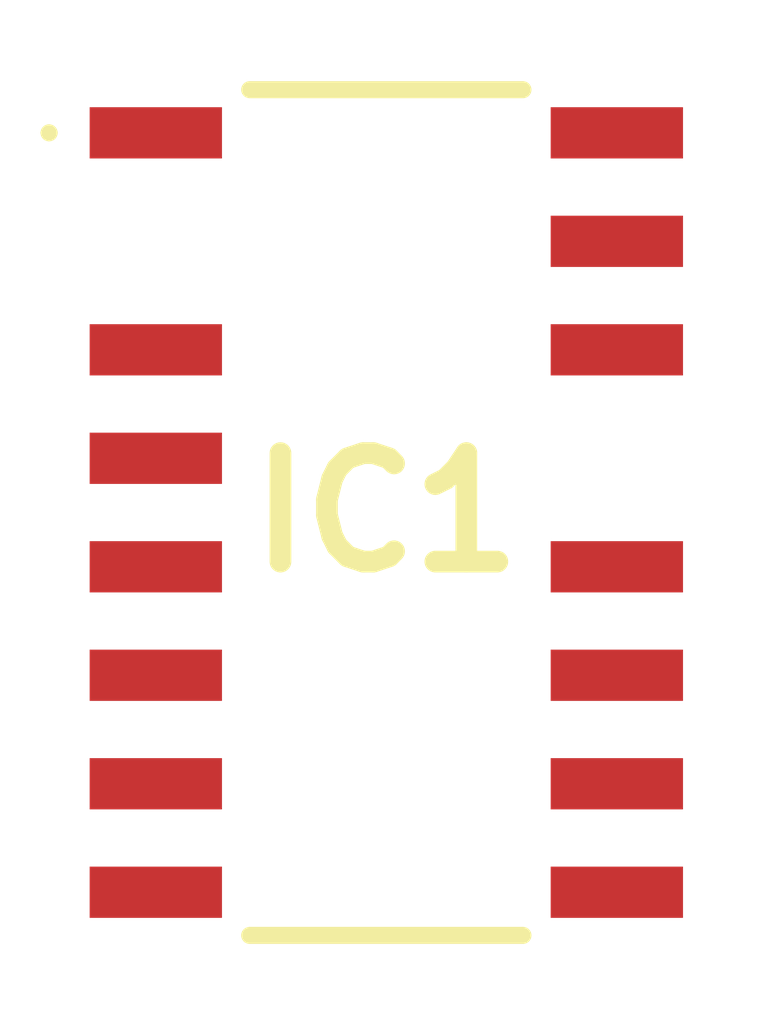
<source format=kicad_pcb>
(kicad_pcb (version 20241229) (generator "pcbnew") (generator_version "9.0")
  (layers (0 "F.Cu" signal) (2 "B.Cu" signal) (13 "F.Paste" user) (15 "B.Paste" user) (5 "F.SilkS" user "F.Silkscreen") (7 "B.SilkS" user "B.Silkscreen") (1 "F.Mask" user) (3 "B.Mask" user) (25 "Edge.Cuts" user))
  (net 0 "")
  (footprint "PCB:UCC256601DDBR" (layer "F.Cu") (at 173.05 84.745)
    (property "Reference" "IC1" (at 0 0 0) (layer "F.SilkS") (effects (font (size 1.27 1.27) (thickness 0.254))))
    (property "Value" "UCC256601DDBR" (hide yes))
    (fp_line (start -4 -4.445) (end -4 -4.445) (stroke (width 0.1)) (layer "F.SilkS"))
    (fp_line (start -3.9 -4.445) (end -3.9 -4.445) (stroke (width 0.1)) (layer "F.SilkS"))
    (fp_line (start -1.6 -4.95) (end 1.6 -4.95) (stroke (width 0.2)) (layer "F.SilkS"))
    (fp_line (start -1.6 4.95) (end 1.6 4.95) (stroke (width 0.2)) (layer "F.SilkS"))
    (fp_arc (start -4 -4.445) (mid -3.95 -4.495) (end -3.9 -4.445) (stroke (width 0.1)) (layer "F.SilkS"))
    (fp_arc (start -3.9 -4.445) (mid -3.95 -4.395) (end -4 -4.445) (stroke (width 0.1)) (layer "F.SilkS"))
    (pad "1" smd rect (at -2.7 -4.445 90) (size 0.6 1.55) (layers "F.Cu" "F.Mask" "F.Paste"))
    (pad "3" smd rect (at -2.7 -1.905 90) (size 0.6 1.55) (layers "F.Cu" "F.Mask" "F.Paste"))
    (pad "4" smd rect (at -2.7 -0.635 90) (size 0.6 1.55) (layers "F.Cu" "F.Mask" "F.Paste"))
    (pad "5" smd rect (at -2.7 0.635 90) (size 0.6 1.55) (layers "F.Cu" "F.Mask" "F.Paste"))
    (pad "6" smd rect (at -2.7 1.905 90) (size 0.6 1.55) (layers "F.Cu" "F.Mask" "F.Paste"))
    (pad "7" smd rect (at -2.7 3.175 90) (size 0.6 1.55) (layers "F.Cu" "F.Mask" "F.Paste"))
    (pad "8" smd rect (at -2.7 4.445 90) (size 0.6 1.55) (layers "F.Cu" "F.Mask" "F.Paste"))
    (pad "9" smd rect (at 2.7 4.445 90) (size 0.6 1.55) (layers "F.Cu" "F.Mask" "F.Paste"))
    (pad "10" smd rect (at 2.7 3.175 90) (size 0.6 1.55) (layers "F.Cu" "F.Mask" "F.Paste"))
    (pad "11" smd rect (at 2.7 1.905 90) (size 0.6 1.55) (layers "F.Cu" "F.Mask" "F.Paste"))
    (pad "12" smd rect (at 2.7 0.635 90) (size 0.6 1.55) (layers "F.Cu" "F.Mask" "F.Paste"))
    (pad "14" smd rect (at 2.7 -1.905 90) (size 0.6 1.55) (layers "F.Cu" "F.Mask" "F.Paste"))
    (pad "15" smd rect (at 2.7 -3.175 90) (size 0.6 1.55) (layers "F.Cu" "F.Mask" "F.Paste"))
    (pad "16" smd rect (at 2.7 -4.445 90) (size 0.6 1.55) (layers "F.Cu" "F.Mask" "F.Paste"))
  )
)
</source>
